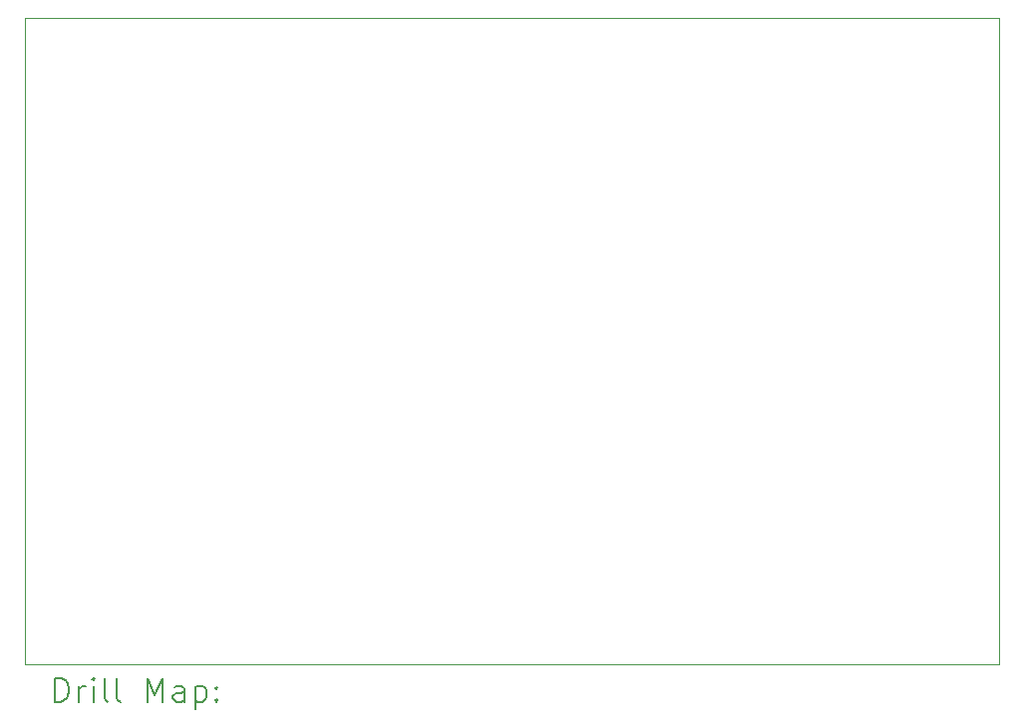
<source format=gbr>
%TF.GenerationSoftware,KiCad,Pcbnew,7.0.11-rc3*%
%TF.CreationDate,2025-09-10T17:00:18+08:00*%
%TF.ProjectId,328_3ch_can_devboard,3332385f-3363-4685-9f63-616e5f646576,rev?*%
%TF.SameCoordinates,Original*%
%TF.FileFunction,Drillmap*%
%TF.FilePolarity,Positive*%
%FSLAX45Y45*%
G04 Gerber Fmt 4.5, Leading zero omitted, Abs format (unit mm)*
G04 Created by KiCad (PCBNEW 7.0.11-rc3) date 2025-09-10 17:00:18*
%MOMM*%
%LPD*%
G01*
G04 APERTURE LIST*
%ADD10C,0.100000*%
%ADD11C,0.200000*%
G04 APERTURE END LIST*
D10*
X10525000Y-7400000D02*
X18800000Y-7400000D01*
X18800000Y-12900000D01*
X10525000Y-12900000D01*
X10525000Y-7400000D01*
D11*
X10780777Y-13216484D02*
X10780777Y-13016484D01*
X10780777Y-13016484D02*
X10828396Y-13016484D01*
X10828396Y-13016484D02*
X10856967Y-13026008D01*
X10856967Y-13026008D02*
X10876015Y-13045055D01*
X10876015Y-13045055D02*
X10885539Y-13064103D01*
X10885539Y-13064103D02*
X10895063Y-13102198D01*
X10895063Y-13102198D02*
X10895063Y-13130769D01*
X10895063Y-13130769D02*
X10885539Y-13168865D01*
X10885539Y-13168865D02*
X10876015Y-13187912D01*
X10876015Y-13187912D02*
X10856967Y-13206960D01*
X10856967Y-13206960D02*
X10828396Y-13216484D01*
X10828396Y-13216484D02*
X10780777Y-13216484D01*
X10980777Y-13216484D02*
X10980777Y-13083150D01*
X10980777Y-13121246D02*
X10990301Y-13102198D01*
X10990301Y-13102198D02*
X10999824Y-13092674D01*
X10999824Y-13092674D02*
X11018872Y-13083150D01*
X11018872Y-13083150D02*
X11037920Y-13083150D01*
X11104586Y-13216484D02*
X11104586Y-13083150D01*
X11104586Y-13016484D02*
X11095063Y-13026008D01*
X11095063Y-13026008D02*
X11104586Y-13035531D01*
X11104586Y-13035531D02*
X11114110Y-13026008D01*
X11114110Y-13026008D02*
X11104586Y-13016484D01*
X11104586Y-13016484D02*
X11104586Y-13035531D01*
X11228396Y-13216484D02*
X11209348Y-13206960D01*
X11209348Y-13206960D02*
X11199824Y-13187912D01*
X11199824Y-13187912D02*
X11199824Y-13016484D01*
X11333158Y-13216484D02*
X11314110Y-13206960D01*
X11314110Y-13206960D02*
X11304586Y-13187912D01*
X11304586Y-13187912D02*
X11304586Y-13016484D01*
X11561729Y-13216484D02*
X11561729Y-13016484D01*
X11561729Y-13016484D02*
X11628396Y-13159341D01*
X11628396Y-13159341D02*
X11695062Y-13016484D01*
X11695062Y-13016484D02*
X11695062Y-13216484D01*
X11876015Y-13216484D02*
X11876015Y-13111722D01*
X11876015Y-13111722D02*
X11866491Y-13092674D01*
X11866491Y-13092674D02*
X11847443Y-13083150D01*
X11847443Y-13083150D02*
X11809348Y-13083150D01*
X11809348Y-13083150D02*
X11790301Y-13092674D01*
X11876015Y-13206960D02*
X11856967Y-13216484D01*
X11856967Y-13216484D02*
X11809348Y-13216484D01*
X11809348Y-13216484D02*
X11790301Y-13206960D01*
X11790301Y-13206960D02*
X11780777Y-13187912D01*
X11780777Y-13187912D02*
X11780777Y-13168865D01*
X11780777Y-13168865D02*
X11790301Y-13149817D01*
X11790301Y-13149817D02*
X11809348Y-13140293D01*
X11809348Y-13140293D02*
X11856967Y-13140293D01*
X11856967Y-13140293D02*
X11876015Y-13130769D01*
X11971253Y-13083150D02*
X11971253Y-13283150D01*
X11971253Y-13092674D02*
X11990301Y-13083150D01*
X11990301Y-13083150D02*
X12028396Y-13083150D01*
X12028396Y-13083150D02*
X12047443Y-13092674D01*
X12047443Y-13092674D02*
X12056967Y-13102198D01*
X12056967Y-13102198D02*
X12066491Y-13121246D01*
X12066491Y-13121246D02*
X12066491Y-13178388D01*
X12066491Y-13178388D02*
X12056967Y-13197436D01*
X12056967Y-13197436D02*
X12047443Y-13206960D01*
X12047443Y-13206960D02*
X12028396Y-13216484D01*
X12028396Y-13216484D02*
X11990301Y-13216484D01*
X11990301Y-13216484D02*
X11971253Y-13206960D01*
X12152205Y-13197436D02*
X12161729Y-13206960D01*
X12161729Y-13206960D02*
X12152205Y-13216484D01*
X12152205Y-13216484D02*
X12142682Y-13206960D01*
X12142682Y-13206960D02*
X12152205Y-13197436D01*
X12152205Y-13197436D02*
X12152205Y-13216484D01*
X12152205Y-13092674D02*
X12161729Y-13102198D01*
X12161729Y-13102198D02*
X12152205Y-13111722D01*
X12152205Y-13111722D02*
X12142682Y-13102198D01*
X12142682Y-13102198D02*
X12152205Y-13092674D01*
X12152205Y-13092674D02*
X12152205Y-13111722D01*
M02*

</source>
